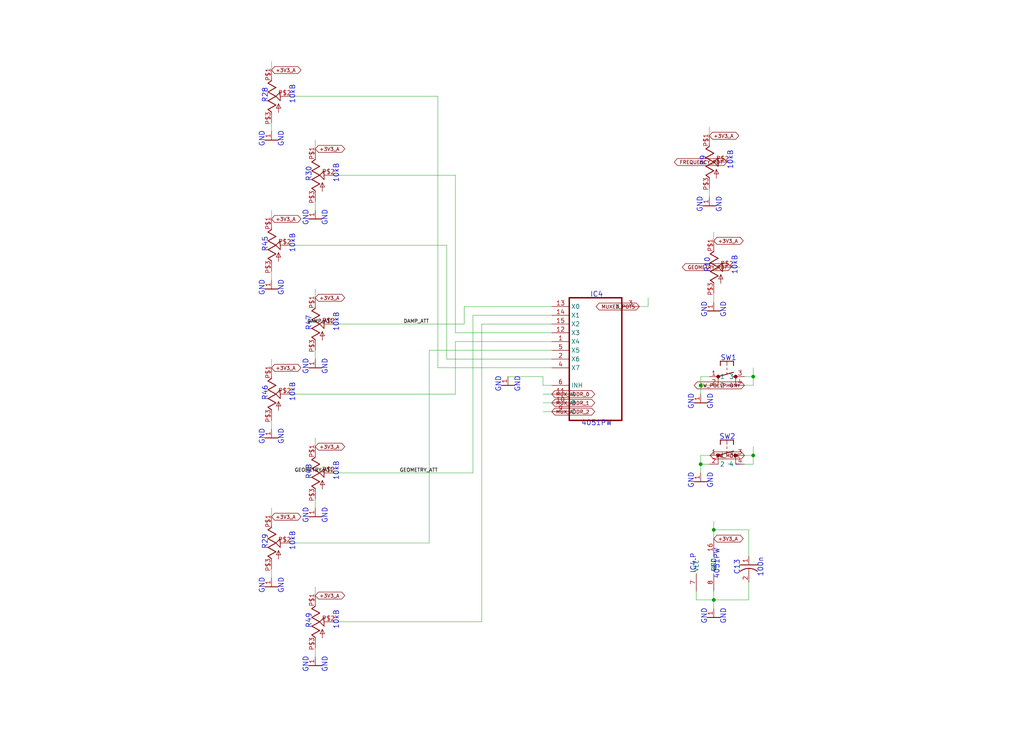
<source format=kicad_sch>
(kicad_sch (version 20231120) (generator "eeschema") (generator_version "8.0")
  (paper "User" 297.002 215.443)
  (lib_symbols
    (symbol "nrings-eagle-import:4051PW"
      (symbol "4051PW_1_0"
        (polyline (pts (xy -7.62 -17.78) (xy 7.62 -17.78)) (stroke (width 0.406)))
        (polyline (pts (xy -7.62 17.78) (xy -7.62 -17.78)) (stroke (width 0.406)))
        (polyline (pts (xy 7.62 -17.78) (xy 7.62 17.78)) (stroke (width 0.406)))
        (polyline (pts (xy 7.62 17.78) (xy -7.62 17.78)) (stroke (width 0.406)))
        (pin bidirectional line (at -12.7 5.08 0) (length 5.08) (name "X4") (number "1"))
        (pin input line (at -12.7 -12.7 0) (length 5.08) (name "B") (number "10"))
        (pin input line (at -12.7 -10.16 0) (length 5.08) (name "A") (number "11"))
        (pin bidirectional line (at -12.7 7.62 0) (length 5.08) (name "X3") (number "12"))
        (pin bidirectional line (at -12.7 15.24 0) (length 5.08) (name "X0") (number "13"))
        (pin bidirectional line (at -12.7 12.7 0) (length 5.08) (name "X1") (number "14"))
        (pin bidirectional line (at -12.7 10.16 0) (length 5.08) (name "X2") (number "15"))
        (pin bidirectional line (at -12.7 0 0) (length 5.08) (name "X6") (number "2"))
        (pin bidirectional line (at 12.7 15.24 180) (length 5.08) (name "X") (number "3"))
        (pin bidirectional line (at -12.7 -2.54 0) (length 5.08) (name "X7") (number "4"))
        (pin bidirectional line (at -12.7 2.54 0) (length 5.08) (name "X5") (number "5"))
        (pin input line (at -12.7 -7.62 0) (length 5.08) (name "INH") (number "6"))
        (pin input line (at -12.7 -15.24 0) (length 5.08) (name "C") (number "9"))
      )
      (symbol "4051PW_2_0"
        (pin power_in line (at 2.54 7.62 270) (length 5.08) (name "VCC") (number "16"))
        (pin power_in line (at -2.54 -7.62 90) (length 5.08) (name "VEE") (number "7"))
        (pin power_in line (at 2.54 -7.62 90) (length 5.08) (name "GND") (number "8"))
      )
    )
    (symbol "nrings-eagle-import:C-USC0603_4"
      (symbol "C-USC0603_4_1_0"
        (polyline (pts (xy -2.54 1.27) (xy 2.54 1.27)) (stroke (width 0.254)))
        (polyline (pts (xy 0 0.254) (xy 0 -1.27)) (stroke (width 0.152)))
        (arc (start 0 0.254) (mid -1.3021 0.0399) (end -2.467 -0.58) (stroke (width 0.254)))
        (arc (start 2.489 -0.584) (mid 1.3157 0.0506) (end 0 0.2701) (stroke (width 0.254)))
        (pin passive line (at 0 3.81 270) (length 2.54) (name "1") (number "1"))
        (pin passive line (at 0 -3.81 90) (length 2.54) (name "2") (number "2"))
      )
    )
    (symbol "nrings-eagle-import:GND" (power)
      (symbol "GND_1_0"
        (polyline (pts (xy -1.905 0) (xy 1.905 0)) (stroke (width 0.254)))
        (pin power_in line (at 0 2.54 270) (length 2.54) (name "GND") (number "1"))
      )
    )
    (symbol "nrings-eagle-import:POT_USVERTICAL"
      (symbol "POT_USVERTICAL_1_0"
        (polyline (pts (xy -1.841 -3.81) (xy 0.444 -2.54)) (stroke (width 0.254)))
        (polyline (pts (xy -1.841 -1.27) (xy 0.444 0)) (stroke (width 0.254)))
        (polyline (pts (xy -1.841 1.27) (xy 0.444 2.54)) (stroke (width 0.254)))
        (polyline (pts (xy -1.841 3.81) (xy -0.826 4.572)) (stroke (width 0.254)))
        (polyline (pts (xy -0.826 -5.08) (xy -0.826 -4.572)) (stroke (width 0.152)))
        (polyline (pts (xy -0.826 -4.572) (xy -1.841 -3.81)) (stroke (width 0.254)))
        (polyline (pts (xy -0.826 4.572) (xy -0.826 5.08)) (stroke (width 0.152)))
        (polyline (pts (xy 0.444 -2.54) (xy -1.841 -1.27)) (stroke (width 0.254)))
        (polyline (pts (xy 0.444 0) (xy -1.841 1.27)) (stroke (width 0.254)))
        (polyline (pts (xy 0.444 0) (xy 1.715 1.27)) (stroke (width 0.203)))
        (polyline (pts (xy 0.444 2.54) (xy -1.841 3.81)) (stroke (width 0.254)))
        (polyline (pts (xy 0.572 -3.429) (xy 1.207 -2.159)) (stroke (width 0.152)))
        (polyline (pts (xy 1.207 -4.699) (xy 1.207 -2.159)) (stroke (width 0.152)))
        (polyline (pts (xy 1.207 -2.159) (xy 1.841 -3.429)) (stroke (width 0.152)))
        (polyline (pts (xy 1.715 -1.27) (xy 0.444 0)) (stroke (width 0.203)))
        (polyline (pts (xy 1.715 1.27) (xy 1.715 -1.27)) (stroke (width 0.203)))
        (polyline (pts (xy 1.841 -3.429) (xy 0.572 -3.429)) (stroke (width 0.152)))
        (pin passive line (at -0.826 7.62 270) (length 2.54) (name "E") (number "P$1"))
        (pin passive line (at 4.255 0 180) (length 2.54) (name "S") (number "P$2"))
        (pin passive line (at -0.826 -7.62 90) (length 2.54) (name "A") (number "P$3"))
      )
    )
    (symbol "nrings-eagle-import:POT_USVERTICAL_PS"
      (symbol "POT_USVERTICAL_PS_1_0"
        (polyline (pts (xy -1.841 -3.81) (xy 0.444 -2.54)) (stroke (width 0.254)))
        (polyline (pts (xy -1.841 -1.27) (xy 0.444 0)) (stroke (width 0.254)))
        (polyline (pts (xy -1.841 1.27) (xy 0.444 2.54)) (stroke (width 0.254)))
        (polyline (pts (xy -1.841 3.81) (xy -0.826 4.572)) (stroke (width 0.254)))
        (polyline (pts (xy -0.826 -5.08) (xy -0.826 -4.572)) (stroke (width 0.152)))
        (polyline (pts (xy -0.826 -4.572) (xy -1.841 -3.81)) (stroke (width 0.254)))
        (polyline (pts (xy -0.826 4.572) (xy -0.826 5.08)) (stroke (width 0.152)))
        (polyline (pts (xy 0.444 -2.54) (xy -1.841 -1.27)) (stroke (width 0.254)))
        (polyline (pts (xy 0.444 0) (xy -1.841 1.27)) (stroke (width 0.254)))
        (polyline (pts (xy 0.444 0) (xy 1.715 1.27)) (stroke (width 0.203)))
        (polyline (pts (xy 0.444 2.54) (xy -1.841 3.81)) (stroke (width 0.254)))
        (polyline (pts (xy 0.572 -3.429) (xy 1.207 -2.159)) (stroke (width 0.152)))
        (polyline (pts (xy 1.207 -4.699) (xy 1.207 -2.159)) (stroke (width 0.152)))
        (polyline (pts (xy 1.207 -2.159) (xy 1.841 -3.429)) (stroke (width 0.152)))
        (polyline (pts (xy 1.715 -1.27) (xy 0.444 0)) (stroke (width 0.203)))
        (polyline (pts (xy 1.715 1.27) (xy 1.715 -1.27)) (stroke (width 0.203)))
        (polyline (pts (xy 1.841 -3.429) (xy 0.572 -3.429)) (stroke (width 0.152)))
        (pin passive line (at -0.826 7.62 270) (length 2.54) (name "E") (number "P$1"))
        (pin passive line (at 4.255 0 180) (length 2.54) (name "S") (number "P$2"))
        (pin passive line (at -0.826 -7.62 90) (length 2.54) (name "A") (number "P$3"))
      )
    )
    (symbol "nrings-eagle-import:TAC_SWITCHPTH"
      (symbol "TAC_SWITCHPTH_1_0"
        (circle (center -2.54 -0.953) (radius 0.127) (stroke (width 0.406)))
        (polyline (pts (xy -2.54 -3.492) (xy -2.54 -0.952)) (stroke (width 0.152)))
        (polyline (pts (xy -2.54 -0.952) (xy 1.905 0.317)) (stroke (width 0.254)))
        (polyline (pts (xy -1.905 3.492) (xy -1.905 2.222)) (stroke (width 0.254)))
        (polyline (pts (xy 0 0.317) (xy 0 -0.317)) (stroke (width 0.152)))
        (polyline (pts (xy 0 1.587) (xy 0 0.952)) (stroke (width 0.152)))
        (polyline (pts (xy 0 3.492) (xy -1.905 3.492)) (stroke (width 0.254)))
        (polyline (pts (xy 0 3.492) (xy 0 2.222)) (stroke (width 0.152)))
        (polyline (pts (xy 1.905 -0.952) (xy 2.54 -0.952)) (stroke (width 0.254)))
        (polyline (pts (xy 1.905 3.492) (xy 0 3.492)) (stroke (width 0.254)))
        (polyline (pts (xy 1.905 3.492) (xy 1.905 2.222)) (stroke (width 0.254)))
        (polyline (pts (xy 2.54 -3.492) (xy 2.54 -0.952)) (stroke (width 0.152)))
        (circle (center 2.54 -0.953) (radius 0.127) (stroke (width 0.406)))
        (pin passive line (at -5.08 -0.952 0) (length 2.54) (name "1") (number "1"))
        (pin passive line (at -5.08 -3.492 0) (length 2.54) (name "2") (number "2"))
        (pin passive line (at 5.08 -0.952 180) (length 2.54) (name "3") (number "3"))
        (pin passive line (at 5.08 -3.492 180) (length 2.54) (name "4") (number "4"))
      )
    )
  )
  (junction (at 207.01 173.99))
  (junction (at 203.2 111.76))
  (junction (at 207.01 153.67))
  (junction (at 203.2 134.62))
  (junction (at 218.44 132.08))
  (junction (at 218.44 109.22))
  (wire (pts (xy 207.01 153.67) (xy 217.17 153.67)) (stroke (width 0.1)))
  (wire (pts (xy 96.52 180.34) (xy 139.7 180.34)) (stroke (width 0.1)))
  (wire (pts (xy 157.48 111.76) (xy 157.48 109.22)) (stroke (width 0.1)))
  (wire (pts (xy 207.01 173.99) (xy 217.17 173.99)) (stroke (width 0.1)))
  (wire (pts (xy 160.02 114.3) (xy 157.48 114.3)) (stroke (width 0.1)))
  (wire (pts (xy 96.52 137.16) (xy 137.16 137.16)) (stroke (width 0.1)))
  (wire (pts (xy 127 106.68) (xy 160.02 106.68)) (stroke (width 0.1)))
  (wire (pts (xy 78.74 35.56) (xy 78.74 38.1)) (stroke (width 0.1)))
  (wire (pts (xy 205.74 132.08) (xy 203.2 132.08)) (stroke (width 0.1)))
  (wire (pts (xy 201.93 173.99) (xy 207.01 173.99)) (stroke (width 0.1)))
  (wire (pts (xy 207.01 153.67) (xy 207.01 151.13)) (stroke (width 0.1)))
  (wire (pts (xy 124.46 101.6) (xy 160.02 101.6)) (stroke (width 0.1)))
  (wire (pts (xy 78.74 149.86) (xy 78.74 147.32)) (stroke (width 0.1)))
  (wire (pts (xy 187.96 88.9) (xy 187.96 86.36)) (stroke (width 0.1)))
  (wire (pts (xy 91.44 187.96) (xy 91.44 190.5)) (stroke (width 0.1)))
  (wire (pts (xy 205.74 111.76) (xy 203.2 111.76)) (stroke (width 0.1)))
  (wire (pts (xy 78.74 106.68) (xy 78.74 104.14)) (stroke (width 0.1)))
  (wire (pts (xy 205.74 39.37) (xy 205.74 36.83)) (stroke (width 0.1)))
  (wire (pts (xy 203.2 111.76) (xy 203.2 114.3)) (stroke (width 0.1)))
  (wire (pts (xy 137.16 137.16) (xy 137.16 91.44)) (stroke (width 0.1)))
  (wire (pts (xy 160.02 119.38) (xy 157.48 119.38)) (stroke (width 0.1)))
  (wire (pts (xy 78.74 121.92) (xy 78.74 124.46)) (stroke (width 0.1)))
  (wire (pts (xy 207.01 69.85) (xy 207.01 67.31)) (stroke (width 0.1)))
  (wire (pts (xy 134.62 88.9) (xy 160.02 88.9)) (stroke (width 0.1)))
  (wire (pts (xy 129.54 104.14) (xy 160.02 104.14)) (stroke (width 0.1)))
  (wire (pts (xy 218.44 134.62) (xy 218.44 132.08)) (stroke (width 0.1)))
  (wire (pts (xy 96.52 50.8) (xy 132.08 50.8)) (stroke (width 0.1)))
  (wire (pts (xy 207.01 173.99) (xy 207.01 171.45)) (stroke (width 0.1)))
  (wire (pts (xy 215.9 132.08) (xy 218.44 132.08)) (stroke (width 0.1)))
  (wire (pts (xy 218.44 132.08) (xy 218.44 129.54)) (stroke (width 0.1)))
  (wire (pts (xy 205.74 109.22) (xy 203.2 109.22)) (stroke (width 0.1)))
  (wire (pts (xy 203.2 109.22) (xy 203.2 111.76)) (stroke (width 0.1)))
  (wire (pts (xy 207.01 176.53) (xy 207.01 173.99)) (stroke (width 0.1)))
  (wire (pts (xy 132.08 99.06) (xy 160.02 99.06)) (stroke (width 0.1)))
  (wire (pts (xy 96.52 93.98) (xy 134.62 93.98)) (stroke (width 0.1)))
  (wire (pts (xy 139.7 93.98) (xy 160.02 93.98)) (stroke (width 0.1)))
  (wire (pts (xy 91.44 144.78) (xy 91.44 147.32)) (stroke (width 0.1)))
  (wire (pts (xy 78.74 63.5) (xy 78.74 60.96)) (stroke (width 0.1)))
  (wire (pts (xy 205.74 134.62) (xy 203.2 134.62)) (stroke (width 0.1)))
  (wire (pts (xy 91.44 43.18) (xy 91.44 40.64)) (stroke (width 0.1)))
  (wire (pts (xy 134.62 93.98) (xy 134.62 88.9)) (stroke (width 0.1)))
  (wire (pts (xy 215.9 134.62) (xy 218.44 134.62)) (stroke (width 0.1)))
  (wire (pts (xy 203.2 132.08) (xy 203.2 134.62)) (stroke (width 0.1)))
  (wire (pts (xy 203.2 134.62) (xy 203.2 137.16)) (stroke (width 0.1)))
  (wire (pts (xy 217.17 153.67) (xy 217.17 161.29)) (stroke (width 0.1)))
  (wire (pts (xy 160.02 116.84) (xy 157.48 116.84)) (stroke (width 0.1)))
  (wire (pts (xy 129.54 71.12) (xy 129.54 104.14)) (stroke (width 0.1)))
  (wire (pts (xy 157.48 109.22) (xy 147.32 109.22)) (stroke (width 0.1)))
  (wire (pts (xy 124.46 157.48) (xy 124.46 101.6)) (stroke (width 0.1)))
  (wire (pts (xy 91.44 58.42) (xy 91.44 60.96)) (stroke (width 0.1)))
  (wire (pts (xy 91.44 86.36) (xy 91.44 83.82)) (stroke (width 0.1)))
  (wire (pts (xy 127 27.94) (xy 127 106.68)) (stroke (width 0.1)))
  (wire (pts (xy 201.93 171.45) (xy 201.93 173.99)) (stroke (width 0.1)))
  (wire (pts (xy 218.44 109.22) (xy 218.44 106.68)) (stroke (width 0.1)))
  (wire (pts (xy 217.17 173.99) (xy 217.17 168.91)) (stroke (width 0.1)))
  (wire (pts (xy 215.9 111.76) (xy 218.44 111.76)) (stroke (width 0.1)))
  (wire (pts (xy 78.74 165.1) (xy 78.74 167.64)) (stroke (width 0.1)))
  (wire (pts (xy 210.82 46.99) (xy 213.36 46.99)) (stroke (width 0.1)))
  (wire (pts (xy 91.44 172.72) (xy 91.44 170.18)) (stroke (width 0.1)))
  (wire (pts (xy 212.09 77.47) (xy 214.63 77.47)) (stroke (width 0.1)))
  (wire (pts (xy 132.08 50.8) (xy 132.08 96.52)) (stroke (width 0.1)))
  (wire (pts (xy 83.82 71.12) (xy 129.54 71.12)) (stroke (width 0.1)))
  (wire (pts (xy 91.44 101.6) (xy 91.44 104.14)) (stroke (width 0.1)))
  (wire (pts (xy 78.74 78.74) (xy 78.74 81.28)) (stroke (width 0.1)))
  (wire (pts (xy 205.74 54.61) (xy 205.74 57.15)) (stroke (width 0.1)))
  (wire (pts (xy 207.01 85.09) (xy 207.01 87.63)) (stroke (width 0.1)))
  (wire (pts (xy 132.08 96.52) (xy 160.02 96.52)) (stroke (width 0.1)))
  (wire (pts (xy 132.08 114.3) (xy 132.08 99.06)) (stroke (width 0.1)))
  (wire (pts (xy 91.44 129.54) (xy 91.44 127)) (stroke (width 0.1)))
  (wire (pts (xy 83.82 27.94) (xy 127 27.94)) (stroke (width 0.1)))
  (wire (pts (xy 78.74 20.32) (xy 78.74 17.78)) (stroke (width 0.1)))
  (wire (pts (xy 160.02 111.76) (xy 157.48 111.76)) (stroke (width 0.1)))
  (wire (pts (xy 218.44 111.76) (xy 218.44 109.22)) (stroke (width 0.1)))
  (wire (pts (xy 215.9 109.22) (xy 218.44 109.22)) (stroke (width 0.1)))
  (wire (pts (xy 137.16 91.44) (xy 160.02 91.44)) (stroke (width 0.1)))
  (wire (pts (xy 185.42 88.9) (xy 187.96 88.9)) (stroke (width 0.1)))
  (wire (pts (xy 139.7 180.34) (xy 139.7 93.98)) (stroke (width 0.1)))
  (wire (pts (xy 83.82 114.3) (xy 132.08 114.3)) (stroke (width 0.1)))
  (wire (pts (xy 207.01 156.21) (xy 207.01 153.67)) (stroke (width 0.1)))
  (wire (pts (xy 83.82 157.48) (xy 124.46 157.48)) (stroke (width 0.1)))
  (text "10kB" (at 83.947 116.61 90) (effects (font (size 1.48 1.48)) (justify left top)))
  (text "GND" (at 208.915 181.108 90) (effects (font (size 1.48 1.48)) (justify left top)))
  (text "GND" (at 80.645 42.678 90) (effects (font (size 1.48 1.48)) (justify left top)))
  (text "GND" (at 80.645 129.038 90) (effects (font (size 1.48 1.48)) (justify left top)))
  (text "GND" (at 201.295 141.738 90) (effects (font (size 1.48 1.48)) (justify left bottom)))
  (text "R28" (at 77.724 29.941 90) (effects (font (size 1.48 1.48)) (justify left bottom)))
  (text "GND" (at 89.535 65.538 90) (effects (font (size 1.48 1.48)) (justify left bottom)))
  (text "R48" (at 90.424 139.197 90) (effects (font (size 1.48 1.48)) (justify left bottom)))
  (text "R49" (at 90.424 182.342 90) (effects (font (size 1.48 1.48)) (justify left bottom)))
  (text "GND" (at 76.835 129.038 90) (effects (font (size 1.48 1.48)) (justify left bottom)))
  (text "GND" (at 205.105 118.878 90) (effects (font (size 1.48 1.48)) (justify left top)))
  (text "GND" (at 76.835 42.678 90) (effects (font (size 1.48 1.48)) (justify left bottom)))
  (text "GND" (at 205.105 141.738 90) (effects (font (size 1.48 1.48)) (justify left top)))
  (text "10kB" (at 83.947 30.25 90) (effects (font (size 1.48 1.48)) (justify left top)))
  (text "C13" (at 214.63 166.81 90) (effects (font (size 1.48 1.48)) (justify left bottom)))
  (text "GND" (at 208.915 92.208 90) (effects (font (size 1.48 1.48)) (justify left top)))
  (text "R45" (at 77.724 73.158 90) (effects (font (size 1.48 1.48)) (justify left bottom)))
  (text "\" \"" (at 211.055 111.76 0) (effects (font (size 1.48 1.48)) (justify left top)))
  (text "GND" (at 89.535 151.898 90) (effects (font (size 1.48 1.48)) (justify left bottom)))
  (text "10kB" (at 212.217 79.78 90) (effects (font (size 1.48 1.48)) (justify left top)))
  (text "GND" (at 145.415 113.798 90) (effects (font (size 1.48 1.48)) (justify left bottom)))
  (text "GND" (at 76.835 85.858 90) (effects (font (size 1.48 1.48)) (justify left bottom)))
  (text "R47" (at 90.424 96.018 90) (effects (font (size 1.48 1.48)) (justify left bottom)))
  (text "GND" (at 93.345 151.898 90) (effects (font (size 1.48 1.48)) (justify left top)))
  (text "\" \"" (at 211.055 134.62 0) (effects (font (size 1.48 1.48)) (justify left top)))
  (text "100n" (at 219.71 167.41 90) (effects (font (size 1.48 1.48)) (justify left top)))
  (text "GND" (at 93.345 65.538 90) (effects (font (size 1.48 1.48)) (justify left top)))
  (text "GND" (at 80.645 172.218 90) (effects (font (size 1.48 1.48)) (justify left top)))
  (text "GND" (at 93.345 195.078 90) (effects (font (size 1.48 1.48)) (justify left top)))
  (text "R46" (at 77.724 116.301 90) (effects (font (size 1.48 1.48)) (justify left bottom)))
  (text "GND" (at 203.835 61.728 90) (effects (font (size 1.48 1.48)) (justify left bottom)))
  (text "GND" (at 80.645 85.858 90) (effects (font (size 1.48 1.48)) (justify left top)))
  (text "GND" (at 205.105 181.108 90) (effects (font (size 1.48 1.48)) (justify left bottom)))
  (text "GND" (at 149.225 113.798 90) (effects (font (size 1.48 1.48)) (justify left top)))
  (text "4051PW" (at 168.553 121.92 0) (effects (font (size 1.48 1.48)) (justify left top)))
  (text "SW1" (at 208.927 104.775 0) (effects (font (size 1.48 1.48)) (justify left bottom)))
  (text "10kB" (at 210.947 49.3 90) (effects (font (size 1.48 1.48)) (justify left top)))
  (text "10kB" (at 96.647 96.29 90) (effects (font (size 1.48 1.48)) (justify left top)))
  (text "10kB" (at 96.647 53.11 90) (effects (font (size 1.48 1.48)) (justify left top)))
  (text "4051PW" (at 207.01 167.997 90) (effects (font (size 1.48 1.48)) (justify left top)))
  (text "R29" (at 77.724 159.446 90) (effects (font (size 1.48 1.48)) (justify left bottom)))
  (text "IC4" (at 171.156 86.36 0) (effects (font (size 1.48 1.48)) (justify left bottom)))
  (text "10kB" (at 96.647 139.47 90) (effects (font (size 1.48 1.48)) (justify left top)))
  (text "R9" (at 204.724 48.21 90) (effects (font (size 1.48 1.48)) (justify left bottom)))
  (text "GND" (at 89.535 195.078 90) (effects (font (size 1.48 1.48)) (justify left bottom)))
  (text "IC4.P" (at 201.93 166.448 90) (effects (font (size 1.48 1.48)) (justify left bottom)))
  (text "R30" (at 90.424 52.802 90) (effects (font (size 1.48 1.48)) (justify left bottom)))
  (text "10kB" (at 96.647 182.65 90) (effects (font (size 1.48 1.48)) (justify left top)))
  (text "GND" (at 89.535 108.718 90) (effects (font (size 1.48 1.48)) (justify left bottom)))
  (text "R10" (at 205.994 79.144 90) (effects (font (size 1.48 1.48)) (justify left bottom)))
  (text "GND" (at 205.105 92.208 90) (effects (font (size 1.48 1.48)) (justify left bottom)))
  (text "GND" (at 201.295 118.878 90) (effects (font (size 1.48 1.48)) (justify left bottom)))
  (text "10kB" (at 83.947 73.43 90) (effects (font (size 1.48 1.48)) (justify left top)))
  (text "SW2" (at 208.599 127.635 0) (effects (font (size 1.48 1.48)) (justify left bottom)))
  (text "GND" (at 76.835 172.218 90) (effects (font (size 1.48 1.48)) (justify left bottom)))
  (text "GND" (at 207.645 61.728 90) (effects (font (size 1.48 1.48)) (justify left top)))
  (text "GND" (at 93.345 108.718 90) (effects (font (size 1.48 1.48)) (justify left top)))
  (text "10kB" (at 83.947 159.79 90) (effects (font (size 1.48 1.48)) (justify left top)))
  (label "GEOMETRY_ATT" (at 127 137.16 180) (effects (font (size 1.016 1.016))))
  (label "DAMP_ATT" (at 124.46 93.98 180) (effects (font (size 1.016 1.016))))
  (label "GEOMETRY_ATT" (at 96.52 137.16 180) (effects (font (size 1.016 1.016))))
  (label "DAMP_ATT" (at 96.52 93.98 180) (effects (font (size 1.016 1.016))))
  (global_label "MUXED_POTS" (shape bidirectional) (at 185.42 88.9 180) (effects (font (size 1.016 1.016))) (property "Intersheetrefs" "${INTERSHEET_REFS}" (effects (hide yes))))
  (global_label "SW_POLYPHONY" (shape bidirectional) (at 215.9 111.76 180) (effects (font (size 1.016 1.016))) (property "Intersheetrefs" "${INTERSHEET_REFS}" (effects (hide yes))))
  (global_label "+3V3_A" (shape bidirectional) (at 91.44 43.18 0) (effects (font (size 1.016 1.016))) (property "Intersheetrefs" "${INTERSHEET_REFS}" (effects (hide yes))))
  (global_label "+3V3_A" (shape bidirectional) (at 207.01 69.85 0) (effects (font (size 1.016 1.016))) (property "Intersheetrefs" "${INTERSHEET_REFS}" (effects (hide yes))))
  (global_label "GEOMETRY_POT" (shape bidirectional) (at 212.09 77.47 180) (effects (font (size 1.016 1.016))) (property "Intersheetrefs" "${INTERSHEET_REFS}" (effects (hide yes))))
  (global_label "MUX_ADDR_0" (shape bidirectional) (at 160.02 114.3 0) (effects (font (size 1.016 1.016))) (property "Intersheetrefs" "${INTERSHEET_REFS}" (effects (hide yes))))
  (global_label "FREQUENCY_POT" (shape bidirectional) (at 210.82 46.99 180) (effects (font (size 1.016 1.016))) (property "Intersheetrefs" "${INTERSHEET_REFS}" (effects (hide yes))))
  (global_label "+3V3_A" (shape bidirectional) (at 78.74 63.5 0) (effects (font (size 1.016 1.016))) (property "Intersheetrefs" "${INTERSHEET_REFS}" (effects (hide yes))))
  (global_label "+3V3_A" (shape bidirectional) (at 205.74 39.37 0) (effects (font (size 1.016 1.016))) (property "Intersheetrefs" "${INTERSHEET_REFS}" (effects (hide yes))))
  (global_label "+3V3_A" (shape bidirectional) (at 91.44 129.54 0) (effects (font (size 1.016 1.016))) (property "Intersheetrefs" "${INTERSHEET_REFS}" (effects (hide yes))))
  (global_label "+3V3_A" (shape bidirectional) (at 78.74 149.86 0) (effects (font (size 1.016 1.016))) (property "Intersheetrefs" "${INTERSHEET_REFS}" (effects (hide yes))))
  (global_label "+3V3_A" (shape bidirectional) (at 78.74 20.32 0) (effects (font (size 1.016 1.016))) (property "Intersheetrefs" "${INTERSHEET_REFS}" (effects (hide yes))))
  (global_label "SW_MODE" (shape bidirectional) (at 215.9 132.08 180) (effects (font (size 1.016 1.016))) (property "Intersheetrefs" "${INTERSHEET_REFS}" (effects (hide yes))))
  (global_label "+3V3_A" (shape bidirectional) (at 91.44 86.36 0) (effects (font (size 1.016 1.016))) (property "Intersheetrefs" "${INTERSHEET_REFS}" (effects (hide yes))))
  (global_label "+3V3_A" (shape bidirectional) (at 91.44 172.72 0) (effects (font (size 1.016 1.016))) (property "Intersheetrefs" "${INTERSHEET_REFS}" (effects (hide yes))))
  (global_label "MUX_ADDR_1" (shape bidirectional) (at 160.02 116.84 0) (effects (font (size 1.016 1.016))) (property "Intersheetrefs" "${INTERSHEET_REFS}" (effects (hide yes))))
  (global_label "+3V3_A" (shape bidirectional) (at 78.74 106.68 0) (effects (font (size 1.016 1.016))) (property "Intersheetrefs" "${INTERSHEET_REFS}" (effects (hide yes))))
  (global_label "MUX_ADDR_2" (shape bidirectional) (at 160.02 119.38 0) (effects (font (size 1.016 1.016))) (property "Intersheetrefs" "${INTERSHEET_REFS}" (effects (hide yes))))
  (global_label "+3V3_A" (shape bidirectional) (at 207.01 156.21 0) (effects (font (size 1.016 1.016))) (property "Intersheetrefs" "${INTERSHEET_REFS}" (effects (hide yes))))
  (symbol (lib_id "nrings-eagle-import:POT_USVERTICAL") (at 92.266 137.16 0) (unit 1)
    (property "Reference" "R48" (effects (hide yes)))
    (property "Value" "10kB" (effects (hide yes)))
    (property "Footprint" "nrings:ALPS_POT_VERTICAL" (effects (hide yes)))
  )
  (symbol (lib_id "nrings-eagle-import:TAC_SWITCHPTH") (at 210.82 108.268 0) (unit 1)
    (property "Reference" "SW1" (effects (hide yes)))
    (property "Value" "TAC_SWITCHPTH" (effects (hide yes)))
    (property "Footprint" "nrings:TACTILE-PTH" (effects (hide yes)))
  )
  (symbol (lib_id "nrings-eagle-import:POT_USVERTICAL_PS") (at 92.266 50.8 0) (unit 1)
    (property "Reference" "R30" (effects (hide yes)))
    (property "Value" "10kB" (effects (hide yes)))
    (property "Footprint" "nrings:ALPS_POT_VERTICAL_PS" (effects (hide yes)))
  )
  (symbol (lib_id "nrings-eagle-import:GND") (at 207.01 179.07 0) (unit 1)
    (property "Reference" "#GND63" (effects (hide yes)))
    (property "Value" "GND" (effects (hide yes)))
  )
  (symbol (lib_id "nrings-eagle-import:GND") (at 203.2 139.7 0) (unit 1)
    (property "Reference" "#GND66" (effects (hide yes)))
    (property "Value" "GND" (effects (hide yes)))
  )
  (symbol (lib_id "nrings-eagle-import:POT_USVERTICAL_PS") (at 79.565 27.94 0) (unit 1)
    (property "Reference" "R28" (effects (hide yes)))
    (property "Value" "10kB" (effects (hide yes)))
    (property "Footprint" "nrings:ALPS_POT_VERTICAL_PS" (effects (hide yes)))
  )
  (symbol (lib_id "nrings-eagle-import:POT_USVERTICAL_PS") (at 206.565 46.99 0) (unit 1)
    (property "Reference" "R9" (effects (hide yes)))
    (property "Value" "10kB" (effects (hide yes)))
    (property "Footprint" "nrings:ALPS_POT_VERTICAL_PS" (effects (hide yes)))
  )
  (symbol (lib_id "nrings-eagle-import:4051PW") (at 172.72 104.14 0) (unit 1)
    (property "Reference" "IC4" (effects (hide yes)))
    (property "Value" "4051PW" (effects (hide yes)))
    (property "Footprint" "nrings:TSSOP16" (effects (hide yes)))
  )
  (symbol (lib_id "nrings-eagle-import:POT_USVERTICAL_PS") (at 79.565 157.48 0) (unit 1)
    (property "Reference" "R29" (effects (hide yes)))
    (property "Value" "10kB" (effects (hide yes)))
    (property "Footprint" "nrings:ALPS_POT_VERTICAL_PS" (effects (hide yes)))
  )
  (symbol (lib_id "nrings-eagle-import:GND") (at 203.2 116.84 0) (unit 1)
    (property "Reference" "#GND12" (effects (hide yes)))
    (property "Value" "GND" (effects (hide yes)))
  )
  (symbol (lib_id "nrings-eagle-import:GND") (at 91.44 106.68 0) (unit 1)
    (property "Reference" "#GND14" (effects (hide yes)))
    (property "Value" "GND" (effects (hide yes)))
  )
  (symbol (lib_id "nrings-eagle-import:GND") (at 147.32 111.76 0) (unit 1)
    (property "Reference" "#GND26" (effects (hide yes)))
    (property "Value" "GND" (effects (hide yes)))
  )
  (symbol (lib_id "nrings-eagle-import:POT_USVERTICAL") (at 79.565 71.12 0) (unit 1)
    (property "Reference" "R45" (effects (hide yes)))
    (property "Value" "10kB" (effects (hide yes)))
    (property "Footprint" "nrings:ALPS_POT_VERTICAL" (effects (hide yes)))
  )
  (symbol (lib_id "nrings-eagle-import:POT_USVERTICAL") (at 79.565 114.3 0) (unit 1)
    (property "Reference" "R46" (effects (hide yes)))
    (property "Value" "10kB" (effects (hide yes)))
    (property "Footprint" "nrings:ALPS_POT_VERTICAL" (effects (hide yes)))
  )
  (symbol (lib_id "nrings-eagle-import:GND") (at 207.01 90.17 0) (unit 1)
    (property "Reference" "#GND47" (effects (hide yes)))
    (property "Value" "GND" (effects (hide yes)))
  )
  (symbol (lib_id "nrings-eagle-import:GND") (at 91.44 149.86 0) (unit 1)
    (property "Reference" "#GND25" (effects (hide yes)))
    (property "Value" "GND" (effects (hide yes)))
  )
  (symbol (lib_id "nrings-eagle-import:GND") (at 78.74 83.82 0) (unit 1)
    (property "Reference" "#GND60" (effects (hide yes)))
    (property "Value" "GND" (effects (hide yes)))
  )
  (symbol (lib_id "nrings-eagle-import:GND") (at 91.44 63.5 0) (unit 1)
    (property "Reference" "#GND48" (effects (hide yes)))
    (property "Value" "GND" (effects (hide yes)))
  )
  (symbol (lib_id "nrings-eagle-import:GND") (at 205.74 59.69 0) (unit 1)
    (property "Reference" "#GND10" (effects (hide yes)))
    (property "Value" "GND" (effects (hide yes)))
  )
  (symbol (lib_id "nrings-eagle-import:GND") (at 78.74 170.18 0) (unit 1)
    (property "Reference" "#GND46" (effects (hide yes)))
    (property "Value" "GND" (effects (hide yes)))
  )
  (symbol (lib_id "nrings-eagle-import:TAC_SWITCHPTH") (at 210.82 131.127 0) (unit 1)
    (property "Reference" "SW2" (effects (hide yes)))
    (property "Value" "TAC_SWITCHPTH" (effects (hide yes)))
    (property "Footprint" "nrings:TACTILE-PTH" (effects (hide yes)))
  )
  (symbol (lib_id "nrings-eagle-import:POT_USVERTICAL_PS") (at 207.835 77.47 0) (unit 1)
    (property "Reference" "R10" (effects (hide yes)))
    (property "Value" "10kB" (effects (hide yes)))
    (property "Footprint" "nrings:ALPS_POT_VERTICAL_PS" (effects (hide yes)))
  )
  (symbol (lib_id "nrings-eagle-import:POT_USVERTICAL") (at 92.266 93.98 0) (unit 1)
    (property "Reference" "R47" (effects (hide yes)))
    (property "Value" "10kB" (effects (hide yes)))
    (property "Footprint" "nrings:ALPS_POT_VERTICAL" (effects (hide yes)))
  )
  (symbol (lib_id "nrings-eagle-import:GND") (at 78.74 127 0) (unit 1)
    (property "Reference" "#GND3" (effects (hide yes)))
    (property "Value" "GND" (effects (hide yes)))
  )
  (symbol (lib_id "nrings-eagle-import:4051PW") (at 204.47 163.83 0) (unit 2)
    (property "Reference" "IC4" (effects (hide yes)))
    (property "Value" "4051PW" (effects (hide yes)))
    (property "Footprint" "nrings:TSSOP16" (effects (hide yes)))
  )
  (symbol (lib_id "nrings-eagle-import:C-USC0603_4") (at 217.17 165.1 0) (unit 1)
    (property "Reference" "C13" (effects (hide yes)))
    (property "Value" "100n" (effects (hide yes)))
    (property "Footprint" "nrings:CAP_0603" (effects (hide yes)))
  )
  (symbol (lib_id "nrings-eagle-import:GND") (at 78.74 40.64 0) (unit 1)
    (property "Reference" "#GND88" (effects (hide yes)))
    (property "Value" "GND" (effects (hide yes)))
  )
  (symbol (lib_id "nrings-eagle-import:POT_USVERTICAL") (at 92.266 180.34 0) (unit 1)
    (property "Reference" "R49" (effects (hide yes)))
    (property "Value" "10kB" (effects (hide yes)))
    (property "Footprint" "nrings:ALPS_POT_VERTICAL" (effects (hide yes)))
  )
  (symbol (lib_id "nrings-eagle-import:GND") (at 91.44 193.04 0) (unit 1)
    (property "Reference" "#GND44" (effects (hide yes)))
    (property "Value" "GND" (effects (hide yes)))
  )
)
</source>
